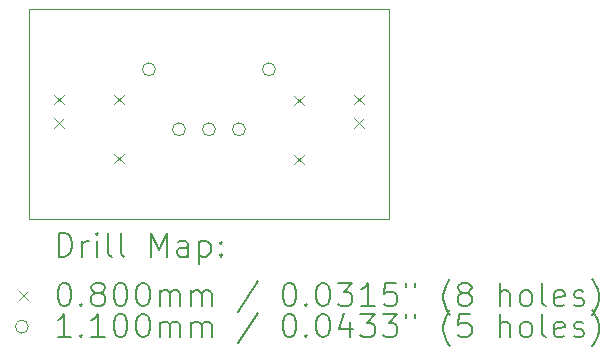
<source format=gbr>
%FSLAX45Y45*%
G04 Gerber Fmt 4.5, Leading zero omitted, Abs format (unit mm)*
G04 Created by KiCad (PCBNEW (6.0.5-0)) date 2022-06-07 16:07:59*
%MOMM*%
%LPD*%
G01*
G04 APERTURE LIST*
%TA.AperFunction,Profile*%
%ADD10C,0.100000*%
%TD*%
%ADD11C,0.200000*%
%ADD12C,0.080000*%
%ADD13C,0.110000*%
G04 APERTURE END LIST*
D10*
X12192000Y-8890000D02*
X15240000Y-8890000D01*
X15240000Y-8890000D02*
X15240000Y-10668000D01*
X15240000Y-10668000D02*
X12192000Y-10668000D01*
X12192000Y-10668000D02*
X12192000Y-8890000D01*
D11*
D12*
X12406000Y-9612000D02*
X12486000Y-9692000D01*
X12486000Y-9612000D02*
X12406000Y-9692000D01*
X12406000Y-9812000D02*
X12486000Y-9892000D01*
X12486000Y-9812000D02*
X12406000Y-9892000D01*
X12914000Y-9612000D02*
X12994000Y-9692000D01*
X12994000Y-9612000D02*
X12914000Y-9692000D01*
X12914000Y-10112000D02*
X12994000Y-10192000D01*
X12994000Y-10112000D02*
X12914000Y-10192000D01*
X14438000Y-9620000D02*
X14518000Y-9700000D01*
X14518000Y-9620000D02*
X14438000Y-9700000D01*
X14438000Y-10120000D02*
X14518000Y-10200000D01*
X14518000Y-10120000D02*
X14438000Y-10200000D01*
X14946000Y-9612000D02*
X15026000Y-9692000D01*
X15026000Y-9612000D02*
X14946000Y-9692000D01*
X14946000Y-9812000D02*
X15026000Y-9892000D01*
X15026000Y-9812000D02*
X14946000Y-9892000D01*
D13*
X13263000Y-9398000D02*
G75*
G03*
X13263000Y-9398000I-55000J0D01*
G01*
X13517000Y-9906000D02*
G75*
G03*
X13517000Y-9906000I-55000J0D01*
G01*
X13771000Y-9906000D02*
G75*
G03*
X13771000Y-9906000I-55000J0D01*
G01*
X14025000Y-9906000D02*
G75*
G03*
X14025000Y-9906000I-55000J0D01*
G01*
X14279000Y-9398000D02*
G75*
G03*
X14279000Y-9398000I-55000J0D01*
G01*
D11*
X12444619Y-10983476D02*
X12444619Y-10783476D01*
X12492238Y-10783476D01*
X12520809Y-10793000D01*
X12539857Y-10812048D01*
X12549381Y-10831095D01*
X12558905Y-10869190D01*
X12558905Y-10897762D01*
X12549381Y-10935857D01*
X12539857Y-10954905D01*
X12520809Y-10973952D01*
X12492238Y-10983476D01*
X12444619Y-10983476D01*
X12644619Y-10983476D02*
X12644619Y-10850143D01*
X12644619Y-10888238D02*
X12654143Y-10869190D01*
X12663667Y-10859667D01*
X12682714Y-10850143D01*
X12701762Y-10850143D01*
X12768428Y-10983476D02*
X12768428Y-10850143D01*
X12768428Y-10783476D02*
X12758905Y-10793000D01*
X12768428Y-10802524D01*
X12777952Y-10793000D01*
X12768428Y-10783476D01*
X12768428Y-10802524D01*
X12892238Y-10983476D02*
X12873190Y-10973952D01*
X12863667Y-10954905D01*
X12863667Y-10783476D01*
X12997000Y-10983476D02*
X12977952Y-10973952D01*
X12968428Y-10954905D01*
X12968428Y-10783476D01*
X13225571Y-10983476D02*
X13225571Y-10783476D01*
X13292238Y-10926333D01*
X13358905Y-10783476D01*
X13358905Y-10983476D01*
X13539857Y-10983476D02*
X13539857Y-10878714D01*
X13530333Y-10859667D01*
X13511286Y-10850143D01*
X13473190Y-10850143D01*
X13454143Y-10859667D01*
X13539857Y-10973952D02*
X13520809Y-10983476D01*
X13473190Y-10983476D01*
X13454143Y-10973952D01*
X13444619Y-10954905D01*
X13444619Y-10935857D01*
X13454143Y-10916810D01*
X13473190Y-10907286D01*
X13520809Y-10907286D01*
X13539857Y-10897762D01*
X13635095Y-10850143D02*
X13635095Y-11050143D01*
X13635095Y-10859667D02*
X13654143Y-10850143D01*
X13692238Y-10850143D01*
X13711286Y-10859667D01*
X13720809Y-10869190D01*
X13730333Y-10888238D01*
X13730333Y-10945381D01*
X13720809Y-10964429D01*
X13711286Y-10973952D01*
X13692238Y-10983476D01*
X13654143Y-10983476D01*
X13635095Y-10973952D01*
X13816048Y-10964429D02*
X13825571Y-10973952D01*
X13816048Y-10983476D01*
X13806524Y-10973952D01*
X13816048Y-10964429D01*
X13816048Y-10983476D01*
X13816048Y-10859667D02*
X13825571Y-10869190D01*
X13816048Y-10878714D01*
X13806524Y-10869190D01*
X13816048Y-10859667D01*
X13816048Y-10878714D01*
D12*
X12107000Y-11273000D02*
X12187000Y-11353000D01*
X12187000Y-11273000D02*
X12107000Y-11353000D01*
D11*
X12482714Y-11203476D02*
X12501762Y-11203476D01*
X12520809Y-11213000D01*
X12530333Y-11222524D01*
X12539857Y-11241571D01*
X12549381Y-11279667D01*
X12549381Y-11327286D01*
X12539857Y-11365381D01*
X12530333Y-11384428D01*
X12520809Y-11393952D01*
X12501762Y-11403476D01*
X12482714Y-11403476D01*
X12463667Y-11393952D01*
X12454143Y-11384428D01*
X12444619Y-11365381D01*
X12435095Y-11327286D01*
X12435095Y-11279667D01*
X12444619Y-11241571D01*
X12454143Y-11222524D01*
X12463667Y-11213000D01*
X12482714Y-11203476D01*
X12635095Y-11384428D02*
X12644619Y-11393952D01*
X12635095Y-11403476D01*
X12625571Y-11393952D01*
X12635095Y-11384428D01*
X12635095Y-11403476D01*
X12758905Y-11289190D02*
X12739857Y-11279667D01*
X12730333Y-11270143D01*
X12720809Y-11251095D01*
X12720809Y-11241571D01*
X12730333Y-11222524D01*
X12739857Y-11213000D01*
X12758905Y-11203476D01*
X12797000Y-11203476D01*
X12816048Y-11213000D01*
X12825571Y-11222524D01*
X12835095Y-11241571D01*
X12835095Y-11251095D01*
X12825571Y-11270143D01*
X12816048Y-11279667D01*
X12797000Y-11289190D01*
X12758905Y-11289190D01*
X12739857Y-11298714D01*
X12730333Y-11308238D01*
X12720809Y-11327286D01*
X12720809Y-11365381D01*
X12730333Y-11384428D01*
X12739857Y-11393952D01*
X12758905Y-11403476D01*
X12797000Y-11403476D01*
X12816048Y-11393952D01*
X12825571Y-11384428D01*
X12835095Y-11365381D01*
X12835095Y-11327286D01*
X12825571Y-11308238D01*
X12816048Y-11298714D01*
X12797000Y-11289190D01*
X12958905Y-11203476D02*
X12977952Y-11203476D01*
X12997000Y-11213000D01*
X13006524Y-11222524D01*
X13016048Y-11241571D01*
X13025571Y-11279667D01*
X13025571Y-11327286D01*
X13016048Y-11365381D01*
X13006524Y-11384428D01*
X12997000Y-11393952D01*
X12977952Y-11403476D01*
X12958905Y-11403476D01*
X12939857Y-11393952D01*
X12930333Y-11384428D01*
X12920809Y-11365381D01*
X12911286Y-11327286D01*
X12911286Y-11279667D01*
X12920809Y-11241571D01*
X12930333Y-11222524D01*
X12939857Y-11213000D01*
X12958905Y-11203476D01*
X13149381Y-11203476D02*
X13168428Y-11203476D01*
X13187476Y-11213000D01*
X13197000Y-11222524D01*
X13206524Y-11241571D01*
X13216048Y-11279667D01*
X13216048Y-11327286D01*
X13206524Y-11365381D01*
X13197000Y-11384428D01*
X13187476Y-11393952D01*
X13168428Y-11403476D01*
X13149381Y-11403476D01*
X13130333Y-11393952D01*
X13120809Y-11384428D01*
X13111286Y-11365381D01*
X13101762Y-11327286D01*
X13101762Y-11279667D01*
X13111286Y-11241571D01*
X13120809Y-11222524D01*
X13130333Y-11213000D01*
X13149381Y-11203476D01*
X13301762Y-11403476D02*
X13301762Y-11270143D01*
X13301762Y-11289190D02*
X13311286Y-11279667D01*
X13330333Y-11270143D01*
X13358905Y-11270143D01*
X13377952Y-11279667D01*
X13387476Y-11298714D01*
X13387476Y-11403476D01*
X13387476Y-11298714D02*
X13397000Y-11279667D01*
X13416048Y-11270143D01*
X13444619Y-11270143D01*
X13463667Y-11279667D01*
X13473190Y-11298714D01*
X13473190Y-11403476D01*
X13568428Y-11403476D02*
X13568428Y-11270143D01*
X13568428Y-11289190D02*
X13577952Y-11279667D01*
X13597000Y-11270143D01*
X13625571Y-11270143D01*
X13644619Y-11279667D01*
X13654143Y-11298714D01*
X13654143Y-11403476D01*
X13654143Y-11298714D02*
X13663667Y-11279667D01*
X13682714Y-11270143D01*
X13711286Y-11270143D01*
X13730333Y-11279667D01*
X13739857Y-11298714D01*
X13739857Y-11403476D01*
X14130333Y-11193952D02*
X13958905Y-11451095D01*
X14387476Y-11203476D02*
X14406524Y-11203476D01*
X14425571Y-11213000D01*
X14435095Y-11222524D01*
X14444619Y-11241571D01*
X14454143Y-11279667D01*
X14454143Y-11327286D01*
X14444619Y-11365381D01*
X14435095Y-11384428D01*
X14425571Y-11393952D01*
X14406524Y-11403476D01*
X14387476Y-11403476D01*
X14368428Y-11393952D01*
X14358905Y-11384428D01*
X14349381Y-11365381D01*
X14339857Y-11327286D01*
X14339857Y-11279667D01*
X14349381Y-11241571D01*
X14358905Y-11222524D01*
X14368428Y-11213000D01*
X14387476Y-11203476D01*
X14539857Y-11384428D02*
X14549381Y-11393952D01*
X14539857Y-11403476D01*
X14530333Y-11393952D01*
X14539857Y-11384428D01*
X14539857Y-11403476D01*
X14673190Y-11203476D02*
X14692238Y-11203476D01*
X14711286Y-11213000D01*
X14720809Y-11222524D01*
X14730333Y-11241571D01*
X14739857Y-11279667D01*
X14739857Y-11327286D01*
X14730333Y-11365381D01*
X14720809Y-11384428D01*
X14711286Y-11393952D01*
X14692238Y-11403476D01*
X14673190Y-11403476D01*
X14654143Y-11393952D01*
X14644619Y-11384428D01*
X14635095Y-11365381D01*
X14625571Y-11327286D01*
X14625571Y-11279667D01*
X14635095Y-11241571D01*
X14644619Y-11222524D01*
X14654143Y-11213000D01*
X14673190Y-11203476D01*
X14806524Y-11203476D02*
X14930333Y-11203476D01*
X14863667Y-11279667D01*
X14892238Y-11279667D01*
X14911286Y-11289190D01*
X14920809Y-11298714D01*
X14930333Y-11317762D01*
X14930333Y-11365381D01*
X14920809Y-11384428D01*
X14911286Y-11393952D01*
X14892238Y-11403476D01*
X14835095Y-11403476D01*
X14816048Y-11393952D01*
X14806524Y-11384428D01*
X15120809Y-11403476D02*
X15006524Y-11403476D01*
X15063667Y-11403476D02*
X15063667Y-11203476D01*
X15044619Y-11232048D01*
X15025571Y-11251095D01*
X15006524Y-11260619D01*
X15301762Y-11203476D02*
X15206524Y-11203476D01*
X15197000Y-11298714D01*
X15206524Y-11289190D01*
X15225571Y-11279667D01*
X15273190Y-11279667D01*
X15292238Y-11289190D01*
X15301762Y-11298714D01*
X15311286Y-11317762D01*
X15311286Y-11365381D01*
X15301762Y-11384428D01*
X15292238Y-11393952D01*
X15273190Y-11403476D01*
X15225571Y-11403476D01*
X15206524Y-11393952D01*
X15197000Y-11384428D01*
X15387476Y-11203476D02*
X15387476Y-11241571D01*
X15463667Y-11203476D02*
X15463667Y-11241571D01*
X15758905Y-11479667D02*
X15749381Y-11470143D01*
X15730333Y-11441571D01*
X15720809Y-11422524D01*
X15711286Y-11393952D01*
X15701762Y-11346333D01*
X15701762Y-11308238D01*
X15711286Y-11260619D01*
X15720809Y-11232048D01*
X15730333Y-11213000D01*
X15749381Y-11184429D01*
X15758905Y-11174905D01*
X15863667Y-11289190D02*
X15844619Y-11279667D01*
X15835095Y-11270143D01*
X15825571Y-11251095D01*
X15825571Y-11241571D01*
X15835095Y-11222524D01*
X15844619Y-11213000D01*
X15863667Y-11203476D01*
X15901762Y-11203476D01*
X15920809Y-11213000D01*
X15930333Y-11222524D01*
X15939857Y-11241571D01*
X15939857Y-11251095D01*
X15930333Y-11270143D01*
X15920809Y-11279667D01*
X15901762Y-11289190D01*
X15863667Y-11289190D01*
X15844619Y-11298714D01*
X15835095Y-11308238D01*
X15825571Y-11327286D01*
X15825571Y-11365381D01*
X15835095Y-11384428D01*
X15844619Y-11393952D01*
X15863667Y-11403476D01*
X15901762Y-11403476D01*
X15920809Y-11393952D01*
X15930333Y-11384428D01*
X15939857Y-11365381D01*
X15939857Y-11327286D01*
X15930333Y-11308238D01*
X15920809Y-11298714D01*
X15901762Y-11289190D01*
X16177952Y-11403476D02*
X16177952Y-11203476D01*
X16263667Y-11403476D02*
X16263667Y-11298714D01*
X16254143Y-11279667D01*
X16235095Y-11270143D01*
X16206524Y-11270143D01*
X16187476Y-11279667D01*
X16177952Y-11289190D01*
X16387476Y-11403476D02*
X16368428Y-11393952D01*
X16358905Y-11384428D01*
X16349381Y-11365381D01*
X16349381Y-11308238D01*
X16358905Y-11289190D01*
X16368428Y-11279667D01*
X16387476Y-11270143D01*
X16416048Y-11270143D01*
X16435095Y-11279667D01*
X16444619Y-11289190D01*
X16454143Y-11308238D01*
X16454143Y-11365381D01*
X16444619Y-11384428D01*
X16435095Y-11393952D01*
X16416048Y-11403476D01*
X16387476Y-11403476D01*
X16568428Y-11403476D02*
X16549381Y-11393952D01*
X16539857Y-11374905D01*
X16539857Y-11203476D01*
X16720809Y-11393952D02*
X16701762Y-11403476D01*
X16663667Y-11403476D01*
X16644619Y-11393952D01*
X16635095Y-11374905D01*
X16635095Y-11298714D01*
X16644619Y-11279667D01*
X16663667Y-11270143D01*
X16701762Y-11270143D01*
X16720809Y-11279667D01*
X16730333Y-11298714D01*
X16730333Y-11317762D01*
X16635095Y-11336809D01*
X16806524Y-11393952D02*
X16825571Y-11403476D01*
X16863667Y-11403476D01*
X16882714Y-11393952D01*
X16892238Y-11374905D01*
X16892238Y-11365381D01*
X16882714Y-11346333D01*
X16863667Y-11336809D01*
X16835095Y-11336809D01*
X16816048Y-11327286D01*
X16806524Y-11308238D01*
X16806524Y-11298714D01*
X16816048Y-11279667D01*
X16835095Y-11270143D01*
X16863667Y-11270143D01*
X16882714Y-11279667D01*
X16958905Y-11479667D02*
X16968429Y-11470143D01*
X16987476Y-11441571D01*
X16997000Y-11422524D01*
X17006524Y-11393952D01*
X17016048Y-11346333D01*
X17016048Y-11308238D01*
X17006524Y-11260619D01*
X16997000Y-11232048D01*
X16987476Y-11213000D01*
X16968429Y-11184429D01*
X16958905Y-11174905D01*
D13*
X12187000Y-11577000D02*
G75*
G03*
X12187000Y-11577000I-55000J0D01*
G01*
D11*
X12549381Y-11667476D02*
X12435095Y-11667476D01*
X12492238Y-11667476D02*
X12492238Y-11467476D01*
X12473190Y-11496048D01*
X12454143Y-11515095D01*
X12435095Y-11524619D01*
X12635095Y-11648428D02*
X12644619Y-11657952D01*
X12635095Y-11667476D01*
X12625571Y-11657952D01*
X12635095Y-11648428D01*
X12635095Y-11667476D01*
X12835095Y-11667476D02*
X12720809Y-11667476D01*
X12777952Y-11667476D02*
X12777952Y-11467476D01*
X12758905Y-11496048D01*
X12739857Y-11515095D01*
X12720809Y-11524619D01*
X12958905Y-11467476D02*
X12977952Y-11467476D01*
X12997000Y-11477000D01*
X13006524Y-11486524D01*
X13016048Y-11505571D01*
X13025571Y-11543667D01*
X13025571Y-11591286D01*
X13016048Y-11629381D01*
X13006524Y-11648428D01*
X12997000Y-11657952D01*
X12977952Y-11667476D01*
X12958905Y-11667476D01*
X12939857Y-11657952D01*
X12930333Y-11648428D01*
X12920809Y-11629381D01*
X12911286Y-11591286D01*
X12911286Y-11543667D01*
X12920809Y-11505571D01*
X12930333Y-11486524D01*
X12939857Y-11477000D01*
X12958905Y-11467476D01*
X13149381Y-11467476D02*
X13168428Y-11467476D01*
X13187476Y-11477000D01*
X13197000Y-11486524D01*
X13206524Y-11505571D01*
X13216048Y-11543667D01*
X13216048Y-11591286D01*
X13206524Y-11629381D01*
X13197000Y-11648428D01*
X13187476Y-11657952D01*
X13168428Y-11667476D01*
X13149381Y-11667476D01*
X13130333Y-11657952D01*
X13120809Y-11648428D01*
X13111286Y-11629381D01*
X13101762Y-11591286D01*
X13101762Y-11543667D01*
X13111286Y-11505571D01*
X13120809Y-11486524D01*
X13130333Y-11477000D01*
X13149381Y-11467476D01*
X13301762Y-11667476D02*
X13301762Y-11534143D01*
X13301762Y-11553190D02*
X13311286Y-11543667D01*
X13330333Y-11534143D01*
X13358905Y-11534143D01*
X13377952Y-11543667D01*
X13387476Y-11562714D01*
X13387476Y-11667476D01*
X13387476Y-11562714D02*
X13397000Y-11543667D01*
X13416048Y-11534143D01*
X13444619Y-11534143D01*
X13463667Y-11543667D01*
X13473190Y-11562714D01*
X13473190Y-11667476D01*
X13568428Y-11667476D02*
X13568428Y-11534143D01*
X13568428Y-11553190D02*
X13577952Y-11543667D01*
X13597000Y-11534143D01*
X13625571Y-11534143D01*
X13644619Y-11543667D01*
X13654143Y-11562714D01*
X13654143Y-11667476D01*
X13654143Y-11562714D02*
X13663667Y-11543667D01*
X13682714Y-11534143D01*
X13711286Y-11534143D01*
X13730333Y-11543667D01*
X13739857Y-11562714D01*
X13739857Y-11667476D01*
X14130333Y-11457952D02*
X13958905Y-11715095D01*
X14387476Y-11467476D02*
X14406524Y-11467476D01*
X14425571Y-11477000D01*
X14435095Y-11486524D01*
X14444619Y-11505571D01*
X14454143Y-11543667D01*
X14454143Y-11591286D01*
X14444619Y-11629381D01*
X14435095Y-11648428D01*
X14425571Y-11657952D01*
X14406524Y-11667476D01*
X14387476Y-11667476D01*
X14368428Y-11657952D01*
X14358905Y-11648428D01*
X14349381Y-11629381D01*
X14339857Y-11591286D01*
X14339857Y-11543667D01*
X14349381Y-11505571D01*
X14358905Y-11486524D01*
X14368428Y-11477000D01*
X14387476Y-11467476D01*
X14539857Y-11648428D02*
X14549381Y-11657952D01*
X14539857Y-11667476D01*
X14530333Y-11657952D01*
X14539857Y-11648428D01*
X14539857Y-11667476D01*
X14673190Y-11467476D02*
X14692238Y-11467476D01*
X14711286Y-11477000D01*
X14720809Y-11486524D01*
X14730333Y-11505571D01*
X14739857Y-11543667D01*
X14739857Y-11591286D01*
X14730333Y-11629381D01*
X14720809Y-11648428D01*
X14711286Y-11657952D01*
X14692238Y-11667476D01*
X14673190Y-11667476D01*
X14654143Y-11657952D01*
X14644619Y-11648428D01*
X14635095Y-11629381D01*
X14625571Y-11591286D01*
X14625571Y-11543667D01*
X14635095Y-11505571D01*
X14644619Y-11486524D01*
X14654143Y-11477000D01*
X14673190Y-11467476D01*
X14911286Y-11534143D02*
X14911286Y-11667476D01*
X14863667Y-11457952D02*
X14816048Y-11600809D01*
X14939857Y-11600809D01*
X14997000Y-11467476D02*
X15120809Y-11467476D01*
X15054143Y-11543667D01*
X15082714Y-11543667D01*
X15101762Y-11553190D01*
X15111286Y-11562714D01*
X15120809Y-11581762D01*
X15120809Y-11629381D01*
X15111286Y-11648428D01*
X15101762Y-11657952D01*
X15082714Y-11667476D01*
X15025571Y-11667476D01*
X15006524Y-11657952D01*
X14997000Y-11648428D01*
X15187476Y-11467476D02*
X15311286Y-11467476D01*
X15244619Y-11543667D01*
X15273190Y-11543667D01*
X15292238Y-11553190D01*
X15301762Y-11562714D01*
X15311286Y-11581762D01*
X15311286Y-11629381D01*
X15301762Y-11648428D01*
X15292238Y-11657952D01*
X15273190Y-11667476D01*
X15216048Y-11667476D01*
X15197000Y-11657952D01*
X15187476Y-11648428D01*
X15387476Y-11467476D02*
X15387476Y-11505571D01*
X15463667Y-11467476D02*
X15463667Y-11505571D01*
X15758905Y-11743667D02*
X15749381Y-11734143D01*
X15730333Y-11705571D01*
X15720809Y-11686524D01*
X15711286Y-11657952D01*
X15701762Y-11610333D01*
X15701762Y-11572238D01*
X15711286Y-11524619D01*
X15720809Y-11496048D01*
X15730333Y-11477000D01*
X15749381Y-11448428D01*
X15758905Y-11438905D01*
X15930333Y-11467476D02*
X15835095Y-11467476D01*
X15825571Y-11562714D01*
X15835095Y-11553190D01*
X15854143Y-11543667D01*
X15901762Y-11543667D01*
X15920809Y-11553190D01*
X15930333Y-11562714D01*
X15939857Y-11581762D01*
X15939857Y-11629381D01*
X15930333Y-11648428D01*
X15920809Y-11657952D01*
X15901762Y-11667476D01*
X15854143Y-11667476D01*
X15835095Y-11657952D01*
X15825571Y-11648428D01*
X16177952Y-11667476D02*
X16177952Y-11467476D01*
X16263667Y-11667476D02*
X16263667Y-11562714D01*
X16254143Y-11543667D01*
X16235095Y-11534143D01*
X16206524Y-11534143D01*
X16187476Y-11543667D01*
X16177952Y-11553190D01*
X16387476Y-11667476D02*
X16368428Y-11657952D01*
X16358905Y-11648428D01*
X16349381Y-11629381D01*
X16349381Y-11572238D01*
X16358905Y-11553190D01*
X16368428Y-11543667D01*
X16387476Y-11534143D01*
X16416048Y-11534143D01*
X16435095Y-11543667D01*
X16444619Y-11553190D01*
X16454143Y-11572238D01*
X16454143Y-11629381D01*
X16444619Y-11648428D01*
X16435095Y-11657952D01*
X16416048Y-11667476D01*
X16387476Y-11667476D01*
X16568428Y-11667476D02*
X16549381Y-11657952D01*
X16539857Y-11638905D01*
X16539857Y-11467476D01*
X16720809Y-11657952D02*
X16701762Y-11667476D01*
X16663667Y-11667476D01*
X16644619Y-11657952D01*
X16635095Y-11638905D01*
X16635095Y-11562714D01*
X16644619Y-11543667D01*
X16663667Y-11534143D01*
X16701762Y-11534143D01*
X16720809Y-11543667D01*
X16730333Y-11562714D01*
X16730333Y-11581762D01*
X16635095Y-11600809D01*
X16806524Y-11657952D02*
X16825571Y-11667476D01*
X16863667Y-11667476D01*
X16882714Y-11657952D01*
X16892238Y-11638905D01*
X16892238Y-11629381D01*
X16882714Y-11610333D01*
X16863667Y-11600809D01*
X16835095Y-11600809D01*
X16816048Y-11591286D01*
X16806524Y-11572238D01*
X16806524Y-11562714D01*
X16816048Y-11543667D01*
X16835095Y-11534143D01*
X16863667Y-11534143D01*
X16882714Y-11543667D01*
X16958905Y-11743667D02*
X16968429Y-11734143D01*
X16987476Y-11705571D01*
X16997000Y-11686524D01*
X17006524Y-11657952D01*
X17016048Y-11610333D01*
X17016048Y-11572238D01*
X17006524Y-11524619D01*
X16997000Y-11496048D01*
X16987476Y-11477000D01*
X16968429Y-11448428D01*
X16958905Y-11438905D01*
M02*

</source>
